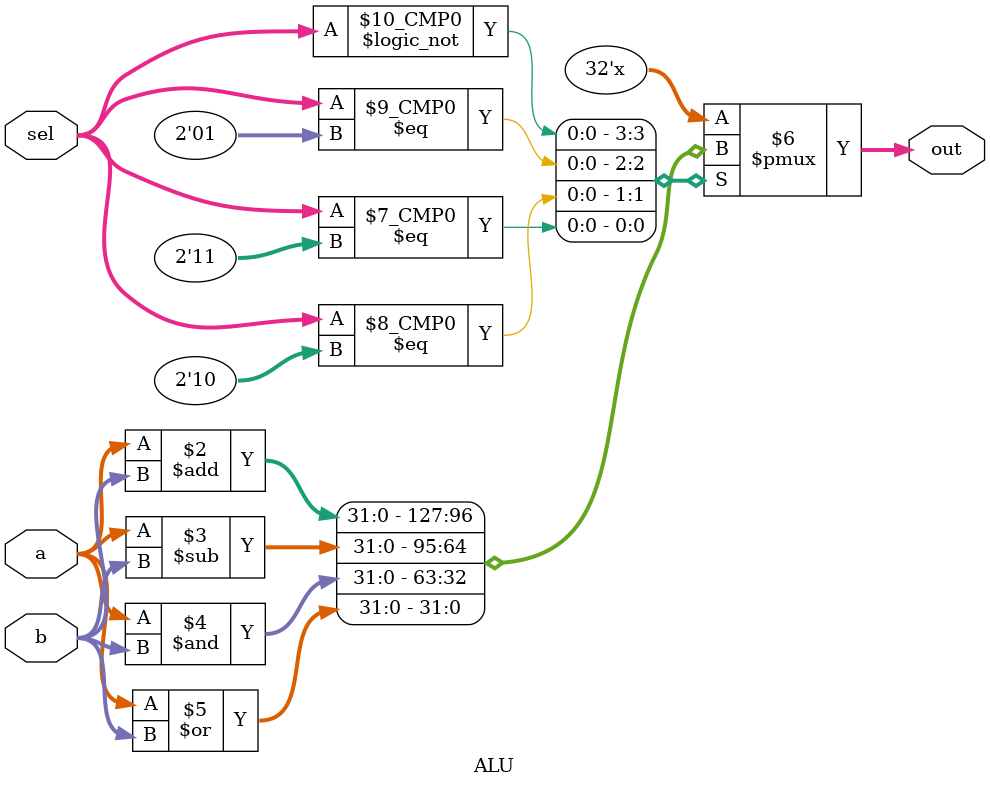
<source format=v>
module ALU(a,b,sel,out);
	input [31:0] a;
	input [31:0] b;
	input [1:0] sel;
	output reg [31:0] out;

	always @(a, b, sel)
	begin
		case(sel)
			2'b00: out <= a+b;	
			2'b01: out <= a-b;	
			2'b10: out <= a&b;	
			2'b11: out <= a|b;	
		endcase

	end
 
endmodule
</source>
